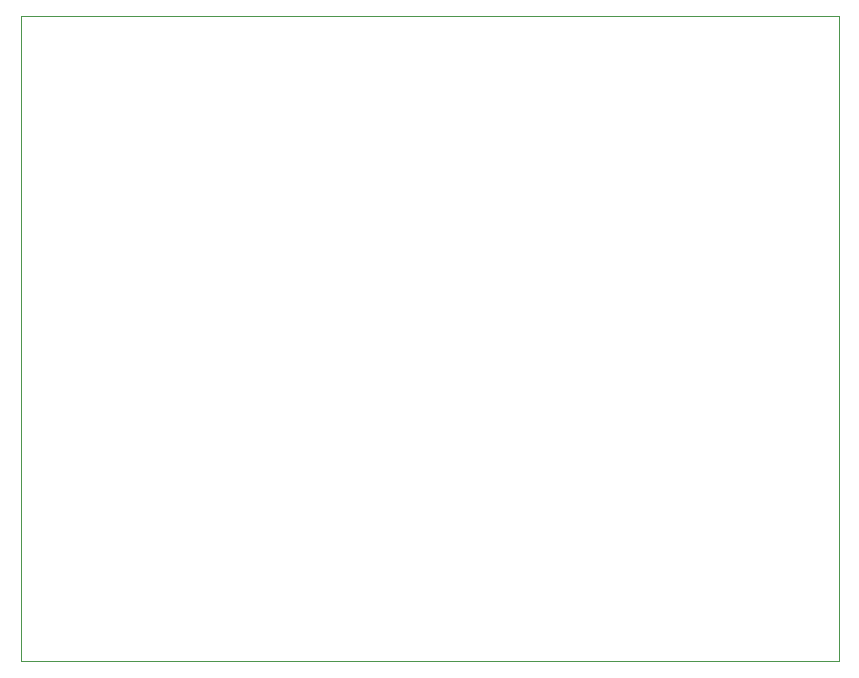
<source format=gbr>
G04 #@! TF.FileFunction,Profile,NP*
%FSLAX46Y46*%
G04 Gerber Fmt 4.6, Leading zero omitted, Abs format (unit mm)*
G04 Created by KiCad (PCBNEW 4.0.4-stable) date 06/07/18 19:23:55*
%MOMM*%
%LPD*%
G01*
G04 APERTURE LIST*
%ADD10C,0.100000*%
G04 APERTURE END LIST*
D10*
X114300000Y-132080000D02*
X114300000Y-77470000D01*
X183515000Y-132080000D02*
X114300000Y-132080000D01*
X183515000Y-77470000D02*
X183515000Y-132080000D01*
X114300000Y-77470000D02*
X183515000Y-77470000D01*
M02*

</source>
